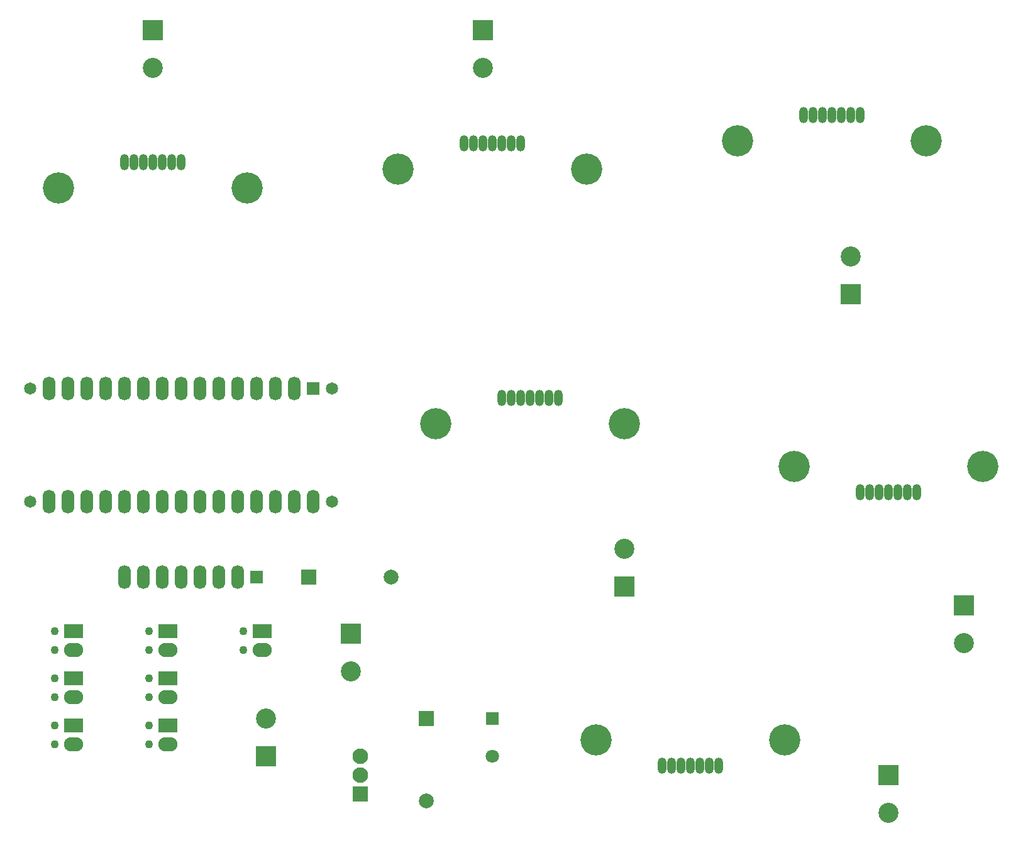
<source format=gbr>
%TF.GenerationSoftware,Novarm,DipTrace,3.2.0.1*%
%TF.CreationDate,2018-04-18T16:37:36+00:00*%
%FSLAX35Y35*%
%MOMM*%
%TF.FileFunction,Soldermask,Top*%
%TF.Part,Single*%
%ADD27R,1.8X1.8*%
%ADD36C,1.651*%
%ADD37C,1.1*%
%ADD43C,4.2*%
%ADD45O,1.2X2.2*%
%ADD47C,2.1*%
%ADD49R,2.1X2.1*%
%ADD50R,1.7X1.7*%
%ADD51O,2.6X1.9*%
%ADD53R,2.6X1.9*%
%ADD55C,2.7*%
%ADD57R,2.7X2.7*%
%ADD59C,2.0*%
%ADD61R,2.0X2.0*%
%ADD63C,1.8*%
%ADD65O,1.7X3.2*%
G75*
G01*
%LPD*%
D50*
X5826000Y7477000D3*
D65*
X5572000D3*
X5318000D3*
X5064000D3*
X4810000D3*
X4556000D3*
X4302000D3*
X4048000D3*
X3794000D3*
X3540000D3*
X3286000D3*
X3032000D3*
X2778000D3*
X2524000D3*
X2270000D3*
Y5953000D3*
X2524000D3*
X2778000D3*
X3032000D3*
X3286000D3*
X3540000D3*
X3794000D3*
X4048000D3*
X4302000D3*
X4556000D3*
X4810000D3*
X5064000D3*
X5318000D3*
X5572000D3*
X5826000D3*
D36*
X6080000Y7477000D3*
Y5953000D3*
X2016000D3*
Y7477000D3*
D63*
X8239000Y2524000D3*
D27*
Y3032000D3*
D61*
X5762500Y4937000D3*
D59*
X6867500D3*
D61*
X7350000Y3032000D3*
D59*
Y1927000D3*
D57*
X3667000Y12303000D3*
D55*
Y11795000D3*
D57*
X8112000Y12303000D3*
D55*
Y11795000D3*
D57*
X13065000Y8747000D3*
D55*
Y9255000D3*
D57*
X14589000Y4556000D3*
D55*
Y4048000D3*
D57*
X10017000Y4810000D3*
D55*
Y5318000D3*
D57*
X13573000Y2270000D3*
D55*
Y1762000D3*
D53*
X2594500Y4206500D3*
D51*
Y3952500D3*
D37*
X2340500Y4206500D3*
Y3952500D3*
D53*
X2594500Y3571500D3*
D51*
Y3317500D3*
D37*
X2340500Y3571500D3*
Y3317500D3*
D53*
X2594500Y2936500D3*
D51*
Y2682500D3*
D37*
X2340500Y2936500D3*
Y2682500D3*
D53*
X3864500Y4206500D3*
D51*
Y3952500D3*
D37*
X3610500Y4206500D3*
Y3952500D3*
D53*
X3864500Y3571500D3*
D51*
Y3317500D3*
D37*
X3610500Y3571500D3*
Y3317500D3*
D53*
X3864500Y2936500D3*
D51*
Y2682500D3*
D37*
X3610500Y2936500D3*
Y2682500D3*
D53*
X5134500Y4206500D3*
D51*
Y3952500D3*
D37*
X4880500Y4206500D3*
Y3952500D3*
D57*
X5191000Y2524000D3*
D55*
Y3032000D3*
D57*
X6334000Y4175000D3*
D55*
Y3667000D3*
D49*
X6461000Y2016000D3*
D47*
Y2270000D3*
Y2524000D3*
D50*
X5064000Y4937000D3*
D65*
X4810000D3*
X4556000D3*
X4302000D3*
X4048000D3*
X3794000D3*
X3540000D3*
X3286000D3*
D45*
X4048000Y10525000D3*
X3921000D3*
X3794000D3*
X3667000D3*
X3540000D3*
X3413000D3*
X3286000D3*
D43*
X2397000Y10176000D3*
X4937000D3*
D45*
X8620000Y10779000D3*
X8493000D3*
X8366000D3*
X8239000D3*
X8112000D3*
X7985000D3*
X7858000D3*
D43*
X6969000Y10430000D3*
X9509000D3*
D45*
X13192000Y11160000D3*
X13065000D3*
X12938000D3*
X12811000D3*
X12684000D3*
X12557000D3*
X12430000D3*
D43*
X11541000Y10811000D3*
X14081000D3*
D45*
X13192000Y6080000D3*
X13319000D3*
X13446000D3*
X13573000D3*
X13700000D3*
X13827000D3*
X13954000D3*
D43*
X14843000Y6429000D3*
X12303000D3*
D45*
X9128000Y7350000D3*
X9001000D3*
X8874000D3*
X8747000D3*
X8620000D3*
X8493000D3*
X8366000D3*
D43*
X7477000Y7001000D3*
X10017000D3*
D45*
X10525000Y2397000D3*
X10652000D3*
X10779000D3*
X10906000D3*
X11033000D3*
X11160000D3*
X11287000D3*
D43*
X12176000Y2746000D3*
X9636000D3*
M02*

</source>
